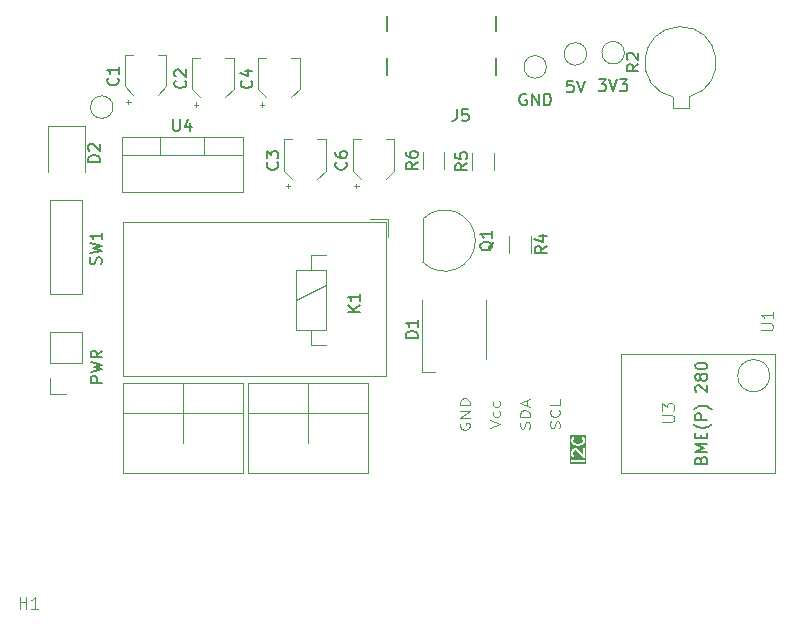
<source format=gbr>
%TF.GenerationSoftware,KiCad,Pcbnew,8.0.4*%
%TF.CreationDate,2024-07-30T00:45:45-04:00*%
%TF.ProjectId,ESP32-C3-WROOM-Node-Temperature,45535033-322d-4433-932d-57524f4f4d2d,rev?*%
%TF.SameCoordinates,Original*%
%TF.FileFunction,Legend,Top*%
%TF.FilePolarity,Positive*%
%FSLAX46Y46*%
G04 Gerber Fmt 4.6, Leading zero omitted, Abs format (unit mm)*
G04 Created by KiCad (PCBNEW 8.0.4) date 2024-07-30 00:45:45*
%MOMM*%
%LPD*%
G01*
G04 APERTURE LIST*
%ADD10C,0.150000*%
%ADD11C,0.200000*%
%ADD12C,0.100000*%
%ADD13C,0.120000*%
G04 APERTURE END LIST*
D10*
X143534819Y-71466666D02*
X143058628Y-71799999D01*
X143534819Y-72038094D02*
X142534819Y-72038094D01*
X142534819Y-72038094D02*
X142534819Y-71657142D01*
X142534819Y-71657142D02*
X142582438Y-71561904D01*
X142582438Y-71561904D02*
X142630057Y-71514285D01*
X142630057Y-71514285D02*
X142725295Y-71466666D01*
X142725295Y-71466666D02*
X142868152Y-71466666D01*
X142868152Y-71466666D02*
X142963390Y-71514285D01*
X142963390Y-71514285D02*
X143011009Y-71561904D01*
X143011009Y-71561904D02*
X143058628Y-71657142D01*
X143058628Y-71657142D02*
X143058628Y-72038094D01*
X142534819Y-70609523D02*
X142534819Y-70799999D01*
X142534819Y-70799999D02*
X142582438Y-70895237D01*
X142582438Y-70895237D02*
X142630057Y-70942856D01*
X142630057Y-70942856D02*
X142772914Y-71038094D01*
X142772914Y-71038094D02*
X142963390Y-71085713D01*
X142963390Y-71085713D02*
X143344342Y-71085713D01*
X143344342Y-71085713D02*
X143439580Y-71038094D01*
X143439580Y-71038094D02*
X143487200Y-70990475D01*
X143487200Y-70990475D02*
X143534819Y-70895237D01*
X143534819Y-70895237D02*
X143534819Y-70704761D01*
X143534819Y-70704761D02*
X143487200Y-70609523D01*
X143487200Y-70609523D02*
X143439580Y-70561904D01*
X143439580Y-70561904D02*
X143344342Y-70514285D01*
X143344342Y-70514285D02*
X143106247Y-70514285D01*
X143106247Y-70514285D02*
X143011009Y-70561904D01*
X143011009Y-70561904D02*
X142963390Y-70609523D01*
X142963390Y-70609523D02*
X142915771Y-70704761D01*
X142915771Y-70704761D02*
X142915771Y-70895237D01*
X142915771Y-70895237D02*
X142963390Y-70990475D01*
X142963390Y-70990475D02*
X143011009Y-71038094D01*
X143011009Y-71038094D02*
X143106247Y-71085713D01*
X147734819Y-71566666D02*
X147258628Y-71899999D01*
X147734819Y-72138094D02*
X146734819Y-72138094D01*
X146734819Y-72138094D02*
X146734819Y-71757142D01*
X146734819Y-71757142D02*
X146782438Y-71661904D01*
X146782438Y-71661904D02*
X146830057Y-71614285D01*
X146830057Y-71614285D02*
X146925295Y-71566666D01*
X146925295Y-71566666D02*
X147068152Y-71566666D01*
X147068152Y-71566666D02*
X147163390Y-71614285D01*
X147163390Y-71614285D02*
X147211009Y-71661904D01*
X147211009Y-71661904D02*
X147258628Y-71757142D01*
X147258628Y-71757142D02*
X147258628Y-72138094D01*
X146734819Y-70661904D02*
X146734819Y-71138094D01*
X146734819Y-71138094D02*
X147211009Y-71185713D01*
X147211009Y-71185713D02*
X147163390Y-71138094D01*
X147163390Y-71138094D02*
X147115771Y-71042856D01*
X147115771Y-71042856D02*
X147115771Y-70804761D01*
X147115771Y-70804761D02*
X147163390Y-70709523D01*
X147163390Y-70709523D02*
X147211009Y-70661904D01*
X147211009Y-70661904D02*
X147306247Y-70614285D01*
X147306247Y-70614285D02*
X147544342Y-70614285D01*
X147544342Y-70614285D02*
X147639580Y-70661904D01*
X147639580Y-70661904D02*
X147687200Y-70709523D01*
X147687200Y-70709523D02*
X147734819Y-70804761D01*
X147734819Y-70804761D02*
X147734819Y-71042856D01*
X147734819Y-71042856D02*
X147687200Y-71138094D01*
X147687200Y-71138094D02*
X147639580Y-71185713D01*
X146854166Y-66979819D02*
X146854166Y-67694104D01*
X146854166Y-67694104D02*
X146806547Y-67836961D01*
X146806547Y-67836961D02*
X146711309Y-67932200D01*
X146711309Y-67932200D02*
X146568452Y-67979819D01*
X146568452Y-67979819D02*
X146473214Y-67979819D01*
X147806547Y-66979819D02*
X147330357Y-66979819D01*
X147330357Y-66979819D02*
X147282738Y-67456009D01*
X147282738Y-67456009D02*
X147330357Y-67408390D01*
X147330357Y-67408390D02*
X147425595Y-67360771D01*
X147425595Y-67360771D02*
X147663690Y-67360771D01*
X147663690Y-67360771D02*
X147758928Y-67408390D01*
X147758928Y-67408390D02*
X147806547Y-67456009D01*
X147806547Y-67456009D02*
X147854166Y-67551247D01*
X147854166Y-67551247D02*
X147854166Y-67789342D01*
X147854166Y-67789342D02*
X147806547Y-67884580D01*
X147806547Y-67884580D02*
X147758928Y-67932200D01*
X147758928Y-67932200D02*
X147663690Y-67979819D01*
X147663690Y-67979819D02*
X147425595Y-67979819D01*
X147425595Y-67979819D02*
X147330357Y-67932200D01*
X147330357Y-67932200D02*
X147282738Y-67884580D01*
X129459580Y-64566666D02*
X129507200Y-64614285D01*
X129507200Y-64614285D02*
X129554819Y-64757142D01*
X129554819Y-64757142D02*
X129554819Y-64852380D01*
X129554819Y-64852380D02*
X129507200Y-64995237D01*
X129507200Y-64995237D02*
X129411961Y-65090475D01*
X129411961Y-65090475D02*
X129316723Y-65138094D01*
X129316723Y-65138094D02*
X129126247Y-65185713D01*
X129126247Y-65185713D02*
X128983390Y-65185713D01*
X128983390Y-65185713D02*
X128792914Y-65138094D01*
X128792914Y-65138094D02*
X128697676Y-65090475D01*
X128697676Y-65090475D02*
X128602438Y-64995237D01*
X128602438Y-64995237D02*
X128554819Y-64852380D01*
X128554819Y-64852380D02*
X128554819Y-64757142D01*
X128554819Y-64757142D02*
X128602438Y-64614285D01*
X128602438Y-64614285D02*
X128650057Y-64566666D01*
X128888152Y-63709523D02*
X129554819Y-63709523D01*
X128507200Y-63947618D02*
X129221485Y-64185713D01*
X129221485Y-64185713D02*
X129221485Y-63566666D01*
X149940057Y-78195238D02*
X149892438Y-78290476D01*
X149892438Y-78290476D02*
X149797200Y-78385714D01*
X149797200Y-78385714D02*
X149654342Y-78528571D01*
X149654342Y-78528571D02*
X149606723Y-78623809D01*
X149606723Y-78623809D02*
X149606723Y-78719047D01*
X149844819Y-78671428D02*
X149797200Y-78766666D01*
X149797200Y-78766666D02*
X149701961Y-78861904D01*
X149701961Y-78861904D02*
X149511485Y-78909523D01*
X149511485Y-78909523D02*
X149178152Y-78909523D01*
X149178152Y-78909523D02*
X148987676Y-78861904D01*
X148987676Y-78861904D02*
X148892438Y-78766666D01*
X148892438Y-78766666D02*
X148844819Y-78671428D01*
X148844819Y-78671428D02*
X148844819Y-78480952D01*
X148844819Y-78480952D02*
X148892438Y-78385714D01*
X148892438Y-78385714D02*
X148987676Y-78290476D01*
X148987676Y-78290476D02*
X149178152Y-78242857D01*
X149178152Y-78242857D02*
X149511485Y-78242857D01*
X149511485Y-78242857D02*
X149701961Y-78290476D01*
X149701961Y-78290476D02*
X149797200Y-78385714D01*
X149797200Y-78385714D02*
X149844819Y-78480952D01*
X149844819Y-78480952D02*
X149844819Y-78671428D01*
X149844819Y-77290476D02*
X149844819Y-77861904D01*
X149844819Y-77576190D02*
X148844819Y-77576190D01*
X148844819Y-77576190D02*
X148987676Y-77671428D01*
X148987676Y-77671428D02*
X149082914Y-77766666D01*
X149082914Y-77766666D02*
X149130533Y-77861904D01*
X158861905Y-64454819D02*
X159480952Y-64454819D01*
X159480952Y-64454819D02*
X159147619Y-64835771D01*
X159147619Y-64835771D02*
X159290476Y-64835771D01*
X159290476Y-64835771D02*
X159385714Y-64883390D01*
X159385714Y-64883390D02*
X159433333Y-64931009D01*
X159433333Y-64931009D02*
X159480952Y-65026247D01*
X159480952Y-65026247D02*
X159480952Y-65264342D01*
X159480952Y-65264342D02*
X159433333Y-65359580D01*
X159433333Y-65359580D02*
X159385714Y-65407200D01*
X159385714Y-65407200D02*
X159290476Y-65454819D01*
X159290476Y-65454819D02*
X159004762Y-65454819D01*
X159004762Y-65454819D02*
X158909524Y-65407200D01*
X158909524Y-65407200D02*
X158861905Y-65359580D01*
X159766667Y-64454819D02*
X160100000Y-65454819D01*
X160100000Y-65454819D02*
X160433333Y-64454819D01*
X160671429Y-64454819D02*
X161290476Y-64454819D01*
X161290476Y-64454819D02*
X160957143Y-64835771D01*
X160957143Y-64835771D02*
X161100000Y-64835771D01*
X161100000Y-64835771D02*
X161195238Y-64883390D01*
X161195238Y-64883390D02*
X161242857Y-64931009D01*
X161242857Y-64931009D02*
X161290476Y-65026247D01*
X161290476Y-65026247D02*
X161290476Y-65264342D01*
X161290476Y-65264342D02*
X161242857Y-65359580D01*
X161242857Y-65359580D02*
X161195238Y-65407200D01*
X161195238Y-65407200D02*
X161100000Y-65454819D01*
X161100000Y-65454819D02*
X160814286Y-65454819D01*
X160814286Y-65454819D02*
X160719048Y-65407200D01*
X160719048Y-65407200D02*
X160671429Y-65359580D01*
D11*
G36*
X157838330Y-96987300D02*
G01*
X156416108Y-96987300D01*
X156416108Y-96756680D01*
X156529140Y-96756680D01*
X156529140Y-96795698D01*
X156544072Y-96831746D01*
X156571662Y-96859336D01*
X156607710Y-96874268D01*
X156627219Y-96876189D01*
X157627219Y-96876189D01*
X157646728Y-96874268D01*
X157682776Y-96859336D01*
X157710366Y-96831746D01*
X157725298Y-96795698D01*
X157725298Y-96756680D01*
X157710366Y-96720632D01*
X157682776Y-96693042D01*
X157646728Y-96678110D01*
X157627219Y-96676189D01*
X156627219Y-96676189D01*
X156607710Y-96678110D01*
X156571662Y-96693042D01*
X156544072Y-96720632D01*
X156529140Y-96756680D01*
X156416108Y-96756680D01*
X156416108Y-95966666D01*
X156527219Y-95966666D01*
X156527219Y-96204761D01*
X156529140Y-96224270D01*
X156530515Y-96227590D01*
X156530770Y-96231174D01*
X156537776Y-96249482D01*
X156585395Y-96344720D01*
X156590680Y-96353116D01*
X156591691Y-96355556D01*
X156593944Y-96358302D01*
X156595838Y-96361310D01*
X156597832Y-96363039D01*
X156604127Y-96370710D01*
X156651746Y-96418328D01*
X156666899Y-96430765D01*
X156702948Y-96445696D01*
X156741966Y-96445696D01*
X156778014Y-96430765D01*
X156805604Y-96403175D01*
X156820535Y-96367127D01*
X156820535Y-96328109D01*
X156805604Y-96292060D01*
X156793167Y-96276907D01*
X156757024Y-96240763D01*
X156727219Y-96181153D01*
X156727219Y-95990273D01*
X156757024Y-95930663D01*
X156781692Y-95905994D01*
X156841302Y-95876190D01*
X156896706Y-95876190D01*
X157001770Y-95911211D01*
X157556508Y-96465948D01*
X157571662Y-96478384D01*
X157607710Y-96493316D01*
X157646728Y-96493316D01*
X157682776Y-96478384D01*
X157710366Y-96450794D01*
X157725298Y-96414746D01*
X157727219Y-96395237D01*
X157727219Y-95776190D01*
X157725298Y-95756681D01*
X157710366Y-95720633D01*
X157682776Y-95693043D01*
X157646728Y-95678111D01*
X157607710Y-95678111D01*
X157571662Y-95693043D01*
X157544072Y-95720633D01*
X157529140Y-95756681D01*
X157527219Y-95776190D01*
X157527219Y-96153815D01*
X157126501Y-95753098D01*
X157111347Y-95740662D01*
X157108028Y-95739287D01*
X157105313Y-95736932D01*
X157087412Y-95728941D01*
X156944556Y-95681322D01*
X156934884Y-95679122D01*
X156932442Y-95678111D01*
X156928903Y-95677762D01*
X156925440Y-95676975D01*
X156922806Y-95677162D01*
X156912933Y-95676190D01*
X156817695Y-95676190D01*
X156798186Y-95678111D01*
X156794865Y-95679486D01*
X156791282Y-95679741D01*
X156772973Y-95686747D01*
X156677736Y-95734366D01*
X156669339Y-95739651D01*
X156666899Y-95740662D01*
X156664153Y-95742915D01*
X156661145Y-95744809D01*
X156659412Y-95746806D01*
X156651746Y-95753099D01*
X156604127Y-95800717D01*
X156597832Y-95808387D01*
X156595838Y-95810117D01*
X156593944Y-95813124D01*
X156591691Y-95815871D01*
X156590680Y-95818310D01*
X156585395Y-95826707D01*
X156537776Y-95921945D01*
X156530770Y-95940253D01*
X156530515Y-95943836D01*
X156529140Y-95947157D01*
X156527219Y-95966666D01*
X156416108Y-95966666D01*
X156416108Y-94966666D01*
X156527219Y-94966666D01*
X156527219Y-95061904D01*
X156528191Y-95071777D01*
X156528004Y-95074411D01*
X156528791Y-95077874D01*
X156529140Y-95081413D01*
X156530151Y-95083855D01*
X156532351Y-95093527D01*
X156579970Y-95236383D01*
X156587961Y-95254284D01*
X156590316Y-95256999D01*
X156591691Y-95260318D01*
X156604127Y-95275472D01*
X156699365Y-95370710D01*
X156707031Y-95377001D01*
X156708764Y-95378999D01*
X156711775Y-95380894D01*
X156714519Y-95383146D01*
X156716956Y-95384155D01*
X156725355Y-95389442D01*
X156820592Y-95437061D01*
X156822020Y-95437607D01*
X156822600Y-95438037D01*
X156830776Y-95440958D01*
X156838901Y-95444067D01*
X156839621Y-95444118D01*
X156841060Y-95444632D01*
X157031536Y-95492251D01*
X157034917Y-95492751D01*
X157036281Y-95493316D01*
X157043631Y-95494039D01*
X157050929Y-95495119D01*
X157052387Y-95494901D01*
X157055790Y-95495237D01*
X157198647Y-95495237D01*
X157202049Y-95494901D01*
X157203508Y-95495119D01*
X157210805Y-95494039D01*
X157218156Y-95493316D01*
X157219519Y-95492751D01*
X157222901Y-95492251D01*
X157413376Y-95444632D01*
X157414813Y-95444118D01*
X157415536Y-95444067D01*
X157423660Y-95440958D01*
X157431837Y-95438037D01*
X157432417Y-95437606D01*
X157433844Y-95437061D01*
X157529082Y-95389442D01*
X157537474Y-95384159D01*
X157539918Y-95383147D01*
X157542667Y-95380890D01*
X157545672Y-95378999D01*
X157547401Y-95377004D01*
X157555071Y-95370710D01*
X157650311Y-95275472D01*
X157662747Y-95260319D01*
X157664122Y-95256999D01*
X157666477Y-95254284D01*
X157674468Y-95236384D01*
X157722087Y-95093527D01*
X157724286Y-95083854D01*
X157725298Y-95081413D01*
X157725646Y-95077875D01*
X157726434Y-95074412D01*
X157726246Y-95071777D01*
X157727219Y-95061904D01*
X157727219Y-94966666D01*
X157726246Y-94956792D01*
X157726434Y-94954158D01*
X157725646Y-94950694D01*
X157725298Y-94947157D01*
X157724286Y-94944715D01*
X157722087Y-94935043D01*
X157674468Y-94792186D01*
X157666477Y-94774286D01*
X157664122Y-94771570D01*
X157662747Y-94768251D01*
X157650310Y-94753097D01*
X157602690Y-94705479D01*
X157587537Y-94693042D01*
X157551488Y-94678111D01*
X157512470Y-94678112D01*
X157476422Y-94693043D01*
X157448832Y-94720633D01*
X157433901Y-94756682D01*
X157433902Y-94795700D01*
X157448833Y-94831748D01*
X157461270Y-94846901D01*
X157492197Y-94877827D01*
X157527219Y-94982892D01*
X157527219Y-95045677D01*
X157492197Y-95150742D01*
X157425127Y-95217812D01*
X157354218Y-95253266D01*
X157186337Y-95295237D01*
X157068099Y-95295237D01*
X156900218Y-95253266D01*
X156829313Y-95217814D01*
X156762240Y-95150741D01*
X156727219Y-95045677D01*
X156727219Y-94982893D01*
X156762240Y-94877827D01*
X156793167Y-94846901D01*
X156805604Y-94831748D01*
X156820535Y-94795699D01*
X156820535Y-94756681D01*
X156805604Y-94720633D01*
X156778014Y-94693043D01*
X156741966Y-94678112D01*
X156702948Y-94678112D01*
X156666899Y-94693043D01*
X156651746Y-94705480D01*
X156604127Y-94753098D01*
X156591691Y-94768252D01*
X156590316Y-94771570D01*
X156587961Y-94774286D01*
X156579970Y-94792187D01*
X156532351Y-94935043D01*
X156530151Y-94944714D01*
X156529140Y-94947157D01*
X156528791Y-94950695D01*
X156528004Y-94954159D01*
X156528191Y-94956792D01*
X156527219Y-94966666D01*
X156416108Y-94966666D01*
X156416108Y-94567000D01*
X157838330Y-94567000D01*
X157838330Y-96987300D01*
G37*
D12*
X147182990Y-93561904D02*
X147144895Y-93657142D01*
X147144895Y-93657142D02*
X147144895Y-93799999D01*
X147144895Y-93799999D02*
X147182990Y-93942856D01*
X147182990Y-93942856D02*
X147259180Y-94038094D01*
X147259180Y-94038094D02*
X147335371Y-94085713D01*
X147335371Y-94085713D02*
X147487752Y-94133332D01*
X147487752Y-94133332D02*
X147602038Y-94133332D01*
X147602038Y-94133332D02*
X147754419Y-94085713D01*
X147754419Y-94085713D02*
X147830609Y-94038094D01*
X147830609Y-94038094D02*
X147906800Y-93942856D01*
X147906800Y-93942856D02*
X147944895Y-93799999D01*
X147944895Y-93799999D02*
X147944895Y-93704761D01*
X147944895Y-93704761D02*
X147906800Y-93561904D01*
X147906800Y-93561904D02*
X147868704Y-93514285D01*
X147868704Y-93514285D02*
X147602038Y-93514285D01*
X147602038Y-93514285D02*
X147602038Y-93704761D01*
X147944895Y-93085713D02*
X147144895Y-93085713D01*
X147144895Y-93085713D02*
X147944895Y-92514285D01*
X147944895Y-92514285D02*
X147144895Y-92514285D01*
X147944895Y-92038094D02*
X147144895Y-92038094D01*
X147144895Y-92038094D02*
X147144895Y-91799999D01*
X147144895Y-91799999D02*
X147182990Y-91657142D01*
X147182990Y-91657142D02*
X147259180Y-91561904D01*
X147259180Y-91561904D02*
X147335371Y-91514285D01*
X147335371Y-91514285D02*
X147487752Y-91466666D01*
X147487752Y-91466666D02*
X147602038Y-91466666D01*
X147602038Y-91466666D02*
X147754419Y-91514285D01*
X147754419Y-91514285D02*
X147830609Y-91561904D01*
X147830609Y-91561904D02*
X147906800Y-91657142D01*
X147906800Y-91657142D02*
X147944895Y-91799999D01*
X147944895Y-91799999D02*
X147944895Y-92038094D01*
X152986800Y-94014285D02*
X153024895Y-93871428D01*
X153024895Y-93871428D02*
X153024895Y-93633333D01*
X153024895Y-93633333D02*
X152986800Y-93538095D01*
X152986800Y-93538095D02*
X152948704Y-93490476D01*
X152948704Y-93490476D02*
X152872514Y-93442857D01*
X152872514Y-93442857D02*
X152796323Y-93442857D01*
X152796323Y-93442857D02*
X152720133Y-93490476D01*
X152720133Y-93490476D02*
X152682038Y-93538095D01*
X152682038Y-93538095D02*
X152643942Y-93633333D01*
X152643942Y-93633333D02*
X152605847Y-93823809D01*
X152605847Y-93823809D02*
X152567752Y-93919047D01*
X152567752Y-93919047D02*
X152529657Y-93966666D01*
X152529657Y-93966666D02*
X152453466Y-94014285D01*
X152453466Y-94014285D02*
X152377276Y-94014285D01*
X152377276Y-94014285D02*
X152301085Y-93966666D01*
X152301085Y-93966666D02*
X152262990Y-93919047D01*
X152262990Y-93919047D02*
X152224895Y-93823809D01*
X152224895Y-93823809D02*
X152224895Y-93585714D01*
X152224895Y-93585714D02*
X152262990Y-93442857D01*
X153024895Y-93014285D02*
X152224895Y-93014285D01*
X152224895Y-93014285D02*
X152224895Y-92776190D01*
X152224895Y-92776190D02*
X152262990Y-92633333D01*
X152262990Y-92633333D02*
X152339180Y-92538095D01*
X152339180Y-92538095D02*
X152415371Y-92490476D01*
X152415371Y-92490476D02*
X152567752Y-92442857D01*
X152567752Y-92442857D02*
X152682038Y-92442857D01*
X152682038Y-92442857D02*
X152834419Y-92490476D01*
X152834419Y-92490476D02*
X152910609Y-92538095D01*
X152910609Y-92538095D02*
X152986800Y-92633333D01*
X152986800Y-92633333D02*
X153024895Y-92776190D01*
X153024895Y-92776190D02*
X153024895Y-93014285D01*
X152796323Y-92061904D02*
X152796323Y-91585714D01*
X153024895Y-92157142D02*
X152224895Y-91823809D01*
X152224895Y-91823809D02*
X153024895Y-91490476D01*
X155526800Y-93990475D02*
X155564895Y-93847618D01*
X155564895Y-93847618D02*
X155564895Y-93609523D01*
X155564895Y-93609523D02*
X155526800Y-93514285D01*
X155526800Y-93514285D02*
X155488704Y-93466666D01*
X155488704Y-93466666D02*
X155412514Y-93419047D01*
X155412514Y-93419047D02*
X155336323Y-93419047D01*
X155336323Y-93419047D02*
X155260133Y-93466666D01*
X155260133Y-93466666D02*
X155222038Y-93514285D01*
X155222038Y-93514285D02*
X155183942Y-93609523D01*
X155183942Y-93609523D02*
X155145847Y-93799999D01*
X155145847Y-93799999D02*
X155107752Y-93895237D01*
X155107752Y-93895237D02*
X155069657Y-93942856D01*
X155069657Y-93942856D02*
X154993466Y-93990475D01*
X154993466Y-93990475D02*
X154917276Y-93990475D01*
X154917276Y-93990475D02*
X154841085Y-93942856D01*
X154841085Y-93942856D02*
X154802990Y-93895237D01*
X154802990Y-93895237D02*
X154764895Y-93799999D01*
X154764895Y-93799999D02*
X154764895Y-93561904D01*
X154764895Y-93561904D02*
X154802990Y-93419047D01*
X155488704Y-92419047D02*
X155526800Y-92466666D01*
X155526800Y-92466666D02*
X155564895Y-92609523D01*
X155564895Y-92609523D02*
X155564895Y-92704761D01*
X155564895Y-92704761D02*
X155526800Y-92847618D01*
X155526800Y-92847618D02*
X155450609Y-92942856D01*
X155450609Y-92942856D02*
X155374419Y-92990475D01*
X155374419Y-92990475D02*
X155222038Y-93038094D01*
X155222038Y-93038094D02*
X155107752Y-93038094D01*
X155107752Y-93038094D02*
X154955371Y-92990475D01*
X154955371Y-92990475D02*
X154879180Y-92942856D01*
X154879180Y-92942856D02*
X154802990Y-92847618D01*
X154802990Y-92847618D02*
X154764895Y-92704761D01*
X154764895Y-92704761D02*
X154764895Y-92609523D01*
X154764895Y-92609523D02*
X154802990Y-92466666D01*
X154802990Y-92466666D02*
X154841085Y-92419047D01*
X155564895Y-91514285D02*
X155564895Y-91990475D01*
X155564895Y-91990475D02*
X154764895Y-91990475D01*
X149684895Y-93990475D02*
X150484895Y-93657142D01*
X150484895Y-93657142D02*
X149684895Y-93323809D01*
X150446800Y-92561904D02*
X150484895Y-92657142D01*
X150484895Y-92657142D02*
X150484895Y-92847618D01*
X150484895Y-92847618D02*
X150446800Y-92942856D01*
X150446800Y-92942856D02*
X150408704Y-92990475D01*
X150408704Y-92990475D02*
X150332514Y-93038094D01*
X150332514Y-93038094D02*
X150103942Y-93038094D01*
X150103942Y-93038094D02*
X150027752Y-92990475D01*
X150027752Y-92990475D02*
X149989657Y-92942856D01*
X149989657Y-92942856D02*
X149951561Y-92847618D01*
X149951561Y-92847618D02*
X149951561Y-92657142D01*
X149951561Y-92657142D02*
X149989657Y-92561904D01*
X150446800Y-91704761D02*
X150484895Y-91799999D01*
X150484895Y-91799999D02*
X150484895Y-91990475D01*
X150484895Y-91990475D02*
X150446800Y-92085713D01*
X150446800Y-92085713D02*
X150408704Y-92133332D01*
X150408704Y-92133332D02*
X150332514Y-92180951D01*
X150332514Y-92180951D02*
X150103942Y-92180951D01*
X150103942Y-92180951D02*
X150027752Y-92133332D01*
X150027752Y-92133332D02*
X149989657Y-92085713D01*
X149989657Y-92085713D02*
X149951561Y-91990475D01*
X149951561Y-91990475D02*
X149951561Y-91799999D01*
X149951561Y-91799999D02*
X149989657Y-91704761D01*
D10*
X156709523Y-64554819D02*
X156233333Y-64554819D01*
X156233333Y-64554819D02*
X156185714Y-65031009D01*
X156185714Y-65031009D02*
X156233333Y-64983390D01*
X156233333Y-64983390D02*
X156328571Y-64935771D01*
X156328571Y-64935771D02*
X156566666Y-64935771D01*
X156566666Y-64935771D02*
X156661904Y-64983390D01*
X156661904Y-64983390D02*
X156709523Y-65031009D01*
X156709523Y-65031009D02*
X156757142Y-65126247D01*
X156757142Y-65126247D02*
X156757142Y-65364342D01*
X156757142Y-65364342D02*
X156709523Y-65459580D01*
X156709523Y-65459580D02*
X156661904Y-65507200D01*
X156661904Y-65507200D02*
X156566666Y-65554819D01*
X156566666Y-65554819D02*
X156328571Y-65554819D01*
X156328571Y-65554819D02*
X156233333Y-65507200D01*
X156233333Y-65507200D02*
X156185714Y-65459580D01*
X157042857Y-64554819D02*
X157376190Y-65554819D01*
X157376190Y-65554819D02*
X157709523Y-64554819D01*
D12*
X164257419Y-93461904D02*
X165066942Y-93461904D01*
X165066942Y-93461904D02*
X165162180Y-93414285D01*
X165162180Y-93414285D02*
X165209800Y-93366666D01*
X165209800Y-93366666D02*
X165257419Y-93271428D01*
X165257419Y-93271428D02*
X165257419Y-93080952D01*
X165257419Y-93080952D02*
X165209800Y-92985714D01*
X165209800Y-92985714D02*
X165162180Y-92938095D01*
X165162180Y-92938095D02*
X165066942Y-92890476D01*
X165066942Y-92890476D02*
X164257419Y-92890476D01*
X164257419Y-92509523D02*
X164257419Y-91890476D01*
X164257419Y-91890476D02*
X164638371Y-92223809D01*
X164638371Y-92223809D02*
X164638371Y-92080952D01*
X164638371Y-92080952D02*
X164685990Y-91985714D01*
X164685990Y-91985714D02*
X164733609Y-91938095D01*
X164733609Y-91938095D02*
X164828847Y-91890476D01*
X164828847Y-91890476D02*
X165066942Y-91890476D01*
X165066942Y-91890476D02*
X165162180Y-91938095D01*
X165162180Y-91938095D02*
X165209800Y-91985714D01*
X165209800Y-91985714D02*
X165257419Y-92080952D01*
X165257419Y-92080952D02*
X165257419Y-92366666D01*
X165257419Y-92366666D02*
X165209800Y-92461904D01*
X165209800Y-92461904D02*
X165162180Y-92509523D01*
D11*
X167528409Y-96668571D02*
X167576028Y-96525714D01*
X167576028Y-96525714D02*
X167623647Y-96478095D01*
X167623647Y-96478095D02*
X167718885Y-96430476D01*
X167718885Y-96430476D02*
X167861742Y-96430476D01*
X167861742Y-96430476D02*
X167956980Y-96478095D01*
X167956980Y-96478095D02*
X168004600Y-96525714D01*
X168004600Y-96525714D02*
X168052219Y-96620952D01*
X168052219Y-96620952D02*
X168052219Y-97001904D01*
X168052219Y-97001904D02*
X167052219Y-97001904D01*
X167052219Y-97001904D02*
X167052219Y-96668571D01*
X167052219Y-96668571D02*
X167099838Y-96573333D01*
X167099838Y-96573333D02*
X167147457Y-96525714D01*
X167147457Y-96525714D02*
X167242695Y-96478095D01*
X167242695Y-96478095D02*
X167337933Y-96478095D01*
X167337933Y-96478095D02*
X167433171Y-96525714D01*
X167433171Y-96525714D02*
X167480790Y-96573333D01*
X167480790Y-96573333D02*
X167528409Y-96668571D01*
X167528409Y-96668571D02*
X167528409Y-97001904D01*
X168052219Y-96001904D02*
X167052219Y-96001904D01*
X167052219Y-96001904D02*
X167766504Y-95668571D01*
X167766504Y-95668571D02*
X167052219Y-95335238D01*
X167052219Y-95335238D02*
X168052219Y-95335238D01*
X167528409Y-94859047D02*
X167528409Y-94525714D01*
X168052219Y-94382857D02*
X168052219Y-94859047D01*
X168052219Y-94859047D02*
X167052219Y-94859047D01*
X167052219Y-94859047D02*
X167052219Y-94382857D01*
X168433171Y-93668571D02*
X168385552Y-93716190D01*
X168385552Y-93716190D02*
X168242695Y-93811428D01*
X168242695Y-93811428D02*
X168147457Y-93859047D01*
X168147457Y-93859047D02*
X168004600Y-93906666D01*
X168004600Y-93906666D02*
X167766504Y-93954285D01*
X167766504Y-93954285D02*
X167576028Y-93954285D01*
X167576028Y-93954285D02*
X167337933Y-93906666D01*
X167337933Y-93906666D02*
X167195076Y-93859047D01*
X167195076Y-93859047D02*
X167099838Y-93811428D01*
X167099838Y-93811428D02*
X166956980Y-93716190D01*
X166956980Y-93716190D02*
X166909361Y-93668571D01*
X168052219Y-93287618D02*
X167052219Y-93287618D01*
X167052219Y-93287618D02*
X167052219Y-92906666D01*
X167052219Y-92906666D02*
X167099838Y-92811428D01*
X167099838Y-92811428D02*
X167147457Y-92763809D01*
X167147457Y-92763809D02*
X167242695Y-92716190D01*
X167242695Y-92716190D02*
X167385552Y-92716190D01*
X167385552Y-92716190D02*
X167480790Y-92763809D01*
X167480790Y-92763809D02*
X167528409Y-92811428D01*
X167528409Y-92811428D02*
X167576028Y-92906666D01*
X167576028Y-92906666D02*
X167576028Y-93287618D01*
X168433171Y-92382856D02*
X168385552Y-92335237D01*
X168385552Y-92335237D02*
X168242695Y-92239999D01*
X168242695Y-92239999D02*
X168147457Y-92192380D01*
X168147457Y-92192380D02*
X168004600Y-92144761D01*
X168004600Y-92144761D02*
X167766504Y-92097142D01*
X167766504Y-92097142D02*
X167576028Y-92097142D01*
X167576028Y-92097142D02*
X167337933Y-92144761D01*
X167337933Y-92144761D02*
X167195076Y-92192380D01*
X167195076Y-92192380D02*
X167099838Y-92239999D01*
X167099838Y-92239999D02*
X166956980Y-92335237D01*
X166956980Y-92335237D02*
X166909361Y-92382856D01*
X167147457Y-90906665D02*
X167099838Y-90859046D01*
X167099838Y-90859046D02*
X167052219Y-90763808D01*
X167052219Y-90763808D02*
X167052219Y-90525713D01*
X167052219Y-90525713D02*
X167099838Y-90430475D01*
X167099838Y-90430475D02*
X167147457Y-90382856D01*
X167147457Y-90382856D02*
X167242695Y-90335237D01*
X167242695Y-90335237D02*
X167337933Y-90335237D01*
X167337933Y-90335237D02*
X167480790Y-90382856D01*
X167480790Y-90382856D02*
X168052219Y-90954284D01*
X168052219Y-90954284D02*
X168052219Y-90335237D01*
X167480790Y-89763808D02*
X167433171Y-89859046D01*
X167433171Y-89859046D02*
X167385552Y-89906665D01*
X167385552Y-89906665D02*
X167290314Y-89954284D01*
X167290314Y-89954284D02*
X167242695Y-89954284D01*
X167242695Y-89954284D02*
X167147457Y-89906665D01*
X167147457Y-89906665D02*
X167099838Y-89859046D01*
X167099838Y-89859046D02*
X167052219Y-89763808D01*
X167052219Y-89763808D02*
X167052219Y-89573332D01*
X167052219Y-89573332D02*
X167099838Y-89478094D01*
X167099838Y-89478094D02*
X167147457Y-89430475D01*
X167147457Y-89430475D02*
X167242695Y-89382856D01*
X167242695Y-89382856D02*
X167290314Y-89382856D01*
X167290314Y-89382856D02*
X167385552Y-89430475D01*
X167385552Y-89430475D02*
X167433171Y-89478094D01*
X167433171Y-89478094D02*
X167480790Y-89573332D01*
X167480790Y-89573332D02*
X167480790Y-89763808D01*
X167480790Y-89763808D02*
X167528409Y-89859046D01*
X167528409Y-89859046D02*
X167576028Y-89906665D01*
X167576028Y-89906665D02*
X167671266Y-89954284D01*
X167671266Y-89954284D02*
X167861742Y-89954284D01*
X167861742Y-89954284D02*
X167956980Y-89906665D01*
X167956980Y-89906665D02*
X168004600Y-89859046D01*
X168004600Y-89859046D02*
X168052219Y-89763808D01*
X168052219Y-89763808D02*
X168052219Y-89573332D01*
X168052219Y-89573332D02*
X168004600Y-89478094D01*
X168004600Y-89478094D02*
X167956980Y-89430475D01*
X167956980Y-89430475D02*
X167861742Y-89382856D01*
X167861742Y-89382856D02*
X167671266Y-89382856D01*
X167671266Y-89382856D02*
X167576028Y-89430475D01*
X167576028Y-89430475D02*
X167528409Y-89478094D01*
X167528409Y-89478094D02*
X167480790Y-89573332D01*
X167052219Y-88763808D02*
X167052219Y-88668570D01*
X167052219Y-88668570D02*
X167099838Y-88573332D01*
X167099838Y-88573332D02*
X167147457Y-88525713D01*
X167147457Y-88525713D02*
X167242695Y-88478094D01*
X167242695Y-88478094D02*
X167433171Y-88430475D01*
X167433171Y-88430475D02*
X167671266Y-88430475D01*
X167671266Y-88430475D02*
X167861742Y-88478094D01*
X167861742Y-88478094D02*
X167956980Y-88525713D01*
X167956980Y-88525713D02*
X168004600Y-88573332D01*
X168004600Y-88573332D02*
X168052219Y-88668570D01*
X168052219Y-88668570D02*
X168052219Y-88763808D01*
X168052219Y-88763808D02*
X168004600Y-88859046D01*
X168004600Y-88859046D02*
X167956980Y-88906665D01*
X167956980Y-88906665D02*
X167861742Y-88954284D01*
X167861742Y-88954284D02*
X167671266Y-89001903D01*
X167671266Y-89001903D02*
X167433171Y-89001903D01*
X167433171Y-89001903D02*
X167242695Y-88954284D01*
X167242695Y-88954284D02*
X167147457Y-88906665D01*
X167147457Y-88906665D02*
X167099838Y-88859046D01*
X167099838Y-88859046D02*
X167052219Y-88763808D01*
D10*
X154474819Y-78566666D02*
X153998628Y-78899999D01*
X154474819Y-79138094D02*
X153474819Y-79138094D01*
X153474819Y-79138094D02*
X153474819Y-78757142D01*
X153474819Y-78757142D02*
X153522438Y-78661904D01*
X153522438Y-78661904D02*
X153570057Y-78614285D01*
X153570057Y-78614285D02*
X153665295Y-78566666D01*
X153665295Y-78566666D02*
X153808152Y-78566666D01*
X153808152Y-78566666D02*
X153903390Y-78614285D01*
X153903390Y-78614285D02*
X153951009Y-78661904D01*
X153951009Y-78661904D02*
X153998628Y-78757142D01*
X153998628Y-78757142D02*
X153998628Y-79138094D01*
X153808152Y-77709523D02*
X154474819Y-77709523D01*
X153427200Y-77947618D02*
X154141485Y-78185713D01*
X154141485Y-78185713D02*
X154141485Y-77566666D01*
X116854819Y-90133332D02*
X115854819Y-90133332D01*
X115854819Y-90133332D02*
X115854819Y-89752380D01*
X115854819Y-89752380D02*
X115902438Y-89657142D01*
X115902438Y-89657142D02*
X115950057Y-89609523D01*
X115950057Y-89609523D02*
X116045295Y-89561904D01*
X116045295Y-89561904D02*
X116188152Y-89561904D01*
X116188152Y-89561904D02*
X116283390Y-89609523D01*
X116283390Y-89609523D02*
X116331009Y-89657142D01*
X116331009Y-89657142D02*
X116378628Y-89752380D01*
X116378628Y-89752380D02*
X116378628Y-90133332D01*
X115854819Y-89228570D02*
X116854819Y-88990475D01*
X116854819Y-88990475D02*
X116140533Y-88799999D01*
X116140533Y-88799999D02*
X116854819Y-88609523D01*
X116854819Y-88609523D02*
X115854819Y-88371428D01*
X116854819Y-87419047D02*
X116378628Y-87752380D01*
X116854819Y-87990475D02*
X115854819Y-87990475D01*
X115854819Y-87990475D02*
X115854819Y-87609523D01*
X115854819Y-87609523D02*
X115902438Y-87514285D01*
X115902438Y-87514285D02*
X115950057Y-87466666D01*
X115950057Y-87466666D02*
X116045295Y-87419047D01*
X116045295Y-87419047D02*
X116188152Y-87419047D01*
X116188152Y-87419047D02*
X116283390Y-87466666D01*
X116283390Y-87466666D02*
X116331009Y-87514285D01*
X116331009Y-87514285D02*
X116378628Y-87609523D01*
X116378628Y-87609523D02*
X116378628Y-87990475D01*
X143554819Y-86338094D02*
X142554819Y-86338094D01*
X142554819Y-86338094D02*
X142554819Y-86099999D01*
X142554819Y-86099999D02*
X142602438Y-85957142D01*
X142602438Y-85957142D02*
X142697676Y-85861904D01*
X142697676Y-85861904D02*
X142792914Y-85814285D01*
X142792914Y-85814285D02*
X142983390Y-85766666D01*
X142983390Y-85766666D02*
X143126247Y-85766666D01*
X143126247Y-85766666D02*
X143316723Y-85814285D01*
X143316723Y-85814285D02*
X143411961Y-85861904D01*
X143411961Y-85861904D02*
X143507200Y-85957142D01*
X143507200Y-85957142D02*
X143554819Y-86099999D01*
X143554819Y-86099999D02*
X143554819Y-86338094D01*
X143554819Y-84814285D02*
X143554819Y-85385713D01*
X143554819Y-85099999D02*
X142554819Y-85099999D01*
X142554819Y-85099999D02*
X142697676Y-85195237D01*
X142697676Y-85195237D02*
X142792914Y-85290475D01*
X142792914Y-85290475D02*
X142840533Y-85385713D01*
X131659580Y-71466666D02*
X131707200Y-71514285D01*
X131707200Y-71514285D02*
X131754819Y-71657142D01*
X131754819Y-71657142D02*
X131754819Y-71752380D01*
X131754819Y-71752380D02*
X131707200Y-71895237D01*
X131707200Y-71895237D02*
X131611961Y-71990475D01*
X131611961Y-71990475D02*
X131516723Y-72038094D01*
X131516723Y-72038094D02*
X131326247Y-72085713D01*
X131326247Y-72085713D02*
X131183390Y-72085713D01*
X131183390Y-72085713D02*
X130992914Y-72038094D01*
X130992914Y-72038094D02*
X130897676Y-71990475D01*
X130897676Y-71990475D02*
X130802438Y-71895237D01*
X130802438Y-71895237D02*
X130754819Y-71752380D01*
X130754819Y-71752380D02*
X130754819Y-71657142D01*
X130754819Y-71657142D02*
X130802438Y-71514285D01*
X130802438Y-71514285D02*
X130850057Y-71466666D01*
X130754819Y-71133332D02*
X130754819Y-70514285D01*
X130754819Y-70514285D02*
X131135771Y-70847618D01*
X131135771Y-70847618D02*
X131135771Y-70704761D01*
X131135771Y-70704761D02*
X131183390Y-70609523D01*
X131183390Y-70609523D02*
X131231009Y-70561904D01*
X131231009Y-70561904D02*
X131326247Y-70514285D01*
X131326247Y-70514285D02*
X131564342Y-70514285D01*
X131564342Y-70514285D02*
X131659580Y-70561904D01*
X131659580Y-70561904D02*
X131707200Y-70609523D01*
X131707200Y-70609523D02*
X131754819Y-70704761D01*
X131754819Y-70704761D02*
X131754819Y-70990475D01*
X131754819Y-70990475D02*
X131707200Y-71085713D01*
X131707200Y-71085713D02*
X131659580Y-71133332D01*
D12*
X172617419Y-85681904D02*
X173426942Y-85681904D01*
X173426942Y-85681904D02*
X173522180Y-85634285D01*
X173522180Y-85634285D02*
X173569800Y-85586666D01*
X173569800Y-85586666D02*
X173617419Y-85491428D01*
X173617419Y-85491428D02*
X173617419Y-85300952D01*
X173617419Y-85300952D02*
X173569800Y-85205714D01*
X173569800Y-85205714D02*
X173522180Y-85158095D01*
X173522180Y-85158095D02*
X173426942Y-85110476D01*
X173426942Y-85110476D02*
X172617419Y-85110476D01*
X173617419Y-84110476D02*
X173617419Y-84681904D01*
X173617419Y-84396190D02*
X172617419Y-84396190D01*
X172617419Y-84396190D02*
X172760276Y-84491428D01*
X172760276Y-84491428D02*
X172855514Y-84586666D01*
X172855514Y-84586666D02*
X172903133Y-84681904D01*
D10*
X152738095Y-65702438D02*
X152642857Y-65654819D01*
X152642857Y-65654819D02*
X152500000Y-65654819D01*
X152500000Y-65654819D02*
X152357143Y-65702438D01*
X152357143Y-65702438D02*
X152261905Y-65797676D01*
X152261905Y-65797676D02*
X152214286Y-65892914D01*
X152214286Y-65892914D02*
X152166667Y-66083390D01*
X152166667Y-66083390D02*
X152166667Y-66226247D01*
X152166667Y-66226247D02*
X152214286Y-66416723D01*
X152214286Y-66416723D02*
X152261905Y-66511961D01*
X152261905Y-66511961D02*
X152357143Y-66607200D01*
X152357143Y-66607200D02*
X152500000Y-66654819D01*
X152500000Y-66654819D02*
X152595238Y-66654819D01*
X152595238Y-66654819D02*
X152738095Y-66607200D01*
X152738095Y-66607200D02*
X152785714Y-66559580D01*
X152785714Y-66559580D02*
X152785714Y-66226247D01*
X152785714Y-66226247D02*
X152595238Y-66226247D01*
X153214286Y-66654819D02*
X153214286Y-65654819D01*
X153214286Y-65654819D02*
X153785714Y-66654819D01*
X153785714Y-66654819D02*
X153785714Y-65654819D01*
X154261905Y-66654819D02*
X154261905Y-65654819D01*
X154261905Y-65654819D02*
X154500000Y-65654819D01*
X154500000Y-65654819D02*
X154642857Y-65702438D01*
X154642857Y-65702438D02*
X154738095Y-65797676D01*
X154738095Y-65797676D02*
X154785714Y-65892914D01*
X154785714Y-65892914D02*
X154833333Y-66083390D01*
X154833333Y-66083390D02*
X154833333Y-66226247D01*
X154833333Y-66226247D02*
X154785714Y-66416723D01*
X154785714Y-66416723D02*
X154738095Y-66511961D01*
X154738095Y-66511961D02*
X154642857Y-66607200D01*
X154642857Y-66607200D02*
X154500000Y-66654819D01*
X154500000Y-66654819D02*
X154261905Y-66654819D01*
D12*
X109838095Y-109257419D02*
X109838095Y-108257419D01*
X109838095Y-108733609D02*
X110409523Y-108733609D01*
X110409523Y-109257419D02*
X110409523Y-108257419D01*
X111409523Y-109257419D02*
X110838095Y-109257419D01*
X111123809Y-109257419D02*
X111123809Y-108257419D01*
X111123809Y-108257419D02*
X111028571Y-108400276D01*
X111028571Y-108400276D02*
X110933333Y-108495514D01*
X110933333Y-108495514D02*
X110838095Y-108543133D01*
D10*
X122838095Y-67829819D02*
X122838095Y-68639342D01*
X122838095Y-68639342D02*
X122885714Y-68734580D01*
X122885714Y-68734580D02*
X122933333Y-68782200D01*
X122933333Y-68782200D02*
X123028571Y-68829819D01*
X123028571Y-68829819D02*
X123219047Y-68829819D01*
X123219047Y-68829819D02*
X123314285Y-68782200D01*
X123314285Y-68782200D02*
X123361904Y-68734580D01*
X123361904Y-68734580D02*
X123409523Y-68639342D01*
X123409523Y-68639342D02*
X123409523Y-67829819D01*
X124314285Y-68163152D02*
X124314285Y-68829819D01*
X124076190Y-67782200D02*
X123838095Y-68496485D01*
X123838095Y-68496485D02*
X124457142Y-68496485D01*
X123859580Y-64566666D02*
X123907200Y-64614285D01*
X123907200Y-64614285D02*
X123954819Y-64757142D01*
X123954819Y-64757142D02*
X123954819Y-64852380D01*
X123954819Y-64852380D02*
X123907200Y-64995237D01*
X123907200Y-64995237D02*
X123811961Y-65090475D01*
X123811961Y-65090475D02*
X123716723Y-65138094D01*
X123716723Y-65138094D02*
X123526247Y-65185713D01*
X123526247Y-65185713D02*
X123383390Y-65185713D01*
X123383390Y-65185713D02*
X123192914Y-65138094D01*
X123192914Y-65138094D02*
X123097676Y-65090475D01*
X123097676Y-65090475D02*
X123002438Y-64995237D01*
X123002438Y-64995237D02*
X122954819Y-64852380D01*
X122954819Y-64852380D02*
X122954819Y-64757142D01*
X122954819Y-64757142D02*
X123002438Y-64614285D01*
X123002438Y-64614285D02*
X123050057Y-64566666D01*
X123050057Y-64185713D02*
X123002438Y-64138094D01*
X123002438Y-64138094D02*
X122954819Y-64042856D01*
X122954819Y-64042856D02*
X122954819Y-63804761D01*
X122954819Y-63804761D02*
X123002438Y-63709523D01*
X123002438Y-63709523D02*
X123050057Y-63661904D01*
X123050057Y-63661904D02*
X123145295Y-63614285D01*
X123145295Y-63614285D02*
X123240533Y-63614285D01*
X123240533Y-63614285D02*
X123383390Y-63661904D01*
X123383390Y-63661904D02*
X123954819Y-64233332D01*
X123954819Y-64233332D02*
X123954819Y-63614285D01*
X116654819Y-71438094D02*
X115654819Y-71438094D01*
X115654819Y-71438094D02*
X115654819Y-71199999D01*
X115654819Y-71199999D02*
X115702438Y-71057142D01*
X115702438Y-71057142D02*
X115797676Y-70961904D01*
X115797676Y-70961904D02*
X115892914Y-70914285D01*
X115892914Y-70914285D02*
X116083390Y-70866666D01*
X116083390Y-70866666D02*
X116226247Y-70866666D01*
X116226247Y-70866666D02*
X116416723Y-70914285D01*
X116416723Y-70914285D02*
X116511961Y-70961904D01*
X116511961Y-70961904D02*
X116607200Y-71057142D01*
X116607200Y-71057142D02*
X116654819Y-71199999D01*
X116654819Y-71199999D02*
X116654819Y-71438094D01*
X115750057Y-70485713D02*
X115702438Y-70438094D01*
X115702438Y-70438094D02*
X115654819Y-70342856D01*
X115654819Y-70342856D02*
X115654819Y-70104761D01*
X115654819Y-70104761D02*
X115702438Y-70009523D01*
X115702438Y-70009523D02*
X115750057Y-69961904D01*
X115750057Y-69961904D02*
X115845295Y-69914285D01*
X115845295Y-69914285D02*
X115940533Y-69914285D01*
X115940533Y-69914285D02*
X116083390Y-69961904D01*
X116083390Y-69961904D02*
X116654819Y-70533332D01*
X116654819Y-70533332D02*
X116654819Y-69914285D01*
X138654819Y-84138094D02*
X137654819Y-84138094D01*
X138654819Y-83566666D02*
X138083390Y-83995237D01*
X137654819Y-83566666D02*
X138226247Y-84138094D01*
X138654819Y-82614285D02*
X138654819Y-83185713D01*
X138654819Y-82899999D02*
X137654819Y-82899999D01*
X137654819Y-82899999D02*
X137797676Y-82995237D01*
X137797676Y-82995237D02*
X137892914Y-83090475D01*
X137892914Y-83090475D02*
X137940533Y-83185713D01*
X137459580Y-71466666D02*
X137507200Y-71514285D01*
X137507200Y-71514285D02*
X137554819Y-71657142D01*
X137554819Y-71657142D02*
X137554819Y-71752380D01*
X137554819Y-71752380D02*
X137507200Y-71895237D01*
X137507200Y-71895237D02*
X137411961Y-71990475D01*
X137411961Y-71990475D02*
X137316723Y-72038094D01*
X137316723Y-72038094D02*
X137126247Y-72085713D01*
X137126247Y-72085713D02*
X136983390Y-72085713D01*
X136983390Y-72085713D02*
X136792914Y-72038094D01*
X136792914Y-72038094D02*
X136697676Y-71990475D01*
X136697676Y-71990475D02*
X136602438Y-71895237D01*
X136602438Y-71895237D02*
X136554819Y-71752380D01*
X136554819Y-71752380D02*
X136554819Y-71657142D01*
X136554819Y-71657142D02*
X136602438Y-71514285D01*
X136602438Y-71514285D02*
X136650057Y-71466666D01*
X136554819Y-70609523D02*
X136554819Y-70799999D01*
X136554819Y-70799999D02*
X136602438Y-70895237D01*
X136602438Y-70895237D02*
X136650057Y-70942856D01*
X136650057Y-70942856D02*
X136792914Y-71038094D01*
X136792914Y-71038094D02*
X136983390Y-71085713D01*
X136983390Y-71085713D02*
X137364342Y-71085713D01*
X137364342Y-71085713D02*
X137459580Y-71038094D01*
X137459580Y-71038094D02*
X137507200Y-70990475D01*
X137507200Y-70990475D02*
X137554819Y-70895237D01*
X137554819Y-70895237D02*
X137554819Y-70704761D01*
X137554819Y-70704761D02*
X137507200Y-70609523D01*
X137507200Y-70609523D02*
X137459580Y-70561904D01*
X137459580Y-70561904D02*
X137364342Y-70514285D01*
X137364342Y-70514285D02*
X137126247Y-70514285D01*
X137126247Y-70514285D02*
X137031009Y-70561904D01*
X137031009Y-70561904D02*
X136983390Y-70609523D01*
X136983390Y-70609523D02*
X136935771Y-70704761D01*
X136935771Y-70704761D02*
X136935771Y-70895237D01*
X136935771Y-70895237D02*
X136983390Y-70990475D01*
X136983390Y-70990475D02*
X137031009Y-71038094D01*
X137031009Y-71038094D02*
X137126247Y-71085713D01*
X162234819Y-63166666D02*
X161758628Y-63499999D01*
X162234819Y-63738094D02*
X161234819Y-63738094D01*
X161234819Y-63738094D02*
X161234819Y-63357142D01*
X161234819Y-63357142D02*
X161282438Y-63261904D01*
X161282438Y-63261904D02*
X161330057Y-63214285D01*
X161330057Y-63214285D02*
X161425295Y-63166666D01*
X161425295Y-63166666D02*
X161568152Y-63166666D01*
X161568152Y-63166666D02*
X161663390Y-63214285D01*
X161663390Y-63214285D02*
X161711009Y-63261904D01*
X161711009Y-63261904D02*
X161758628Y-63357142D01*
X161758628Y-63357142D02*
X161758628Y-63738094D01*
X161330057Y-62785713D02*
X161282438Y-62738094D01*
X161282438Y-62738094D02*
X161234819Y-62642856D01*
X161234819Y-62642856D02*
X161234819Y-62404761D01*
X161234819Y-62404761D02*
X161282438Y-62309523D01*
X161282438Y-62309523D02*
X161330057Y-62261904D01*
X161330057Y-62261904D02*
X161425295Y-62214285D01*
X161425295Y-62214285D02*
X161520533Y-62214285D01*
X161520533Y-62214285D02*
X161663390Y-62261904D01*
X161663390Y-62261904D02*
X162234819Y-62833332D01*
X162234819Y-62833332D02*
X162234819Y-62214285D01*
X118159580Y-64339266D02*
X118207200Y-64386885D01*
X118207200Y-64386885D02*
X118254819Y-64529742D01*
X118254819Y-64529742D02*
X118254819Y-64624980D01*
X118254819Y-64624980D02*
X118207200Y-64767837D01*
X118207200Y-64767837D02*
X118111961Y-64863075D01*
X118111961Y-64863075D02*
X118016723Y-64910694D01*
X118016723Y-64910694D02*
X117826247Y-64958313D01*
X117826247Y-64958313D02*
X117683390Y-64958313D01*
X117683390Y-64958313D02*
X117492914Y-64910694D01*
X117492914Y-64910694D02*
X117397676Y-64863075D01*
X117397676Y-64863075D02*
X117302438Y-64767837D01*
X117302438Y-64767837D02*
X117254819Y-64624980D01*
X117254819Y-64624980D02*
X117254819Y-64529742D01*
X117254819Y-64529742D02*
X117302438Y-64386885D01*
X117302438Y-64386885D02*
X117350057Y-64339266D01*
X118254819Y-63386885D02*
X118254819Y-63958313D01*
X118254819Y-63672599D02*
X117254819Y-63672599D01*
X117254819Y-63672599D02*
X117397676Y-63767837D01*
X117397676Y-63767837D02*
X117492914Y-63863075D01*
X117492914Y-63863075D02*
X117540533Y-63958313D01*
X116747200Y-80093332D02*
X116794819Y-79950475D01*
X116794819Y-79950475D02*
X116794819Y-79712380D01*
X116794819Y-79712380D02*
X116747200Y-79617142D01*
X116747200Y-79617142D02*
X116699580Y-79569523D01*
X116699580Y-79569523D02*
X116604342Y-79521904D01*
X116604342Y-79521904D02*
X116509104Y-79521904D01*
X116509104Y-79521904D02*
X116413866Y-79569523D01*
X116413866Y-79569523D02*
X116366247Y-79617142D01*
X116366247Y-79617142D02*
X116318628Y-79712380D01*
X116318628Y-79712380D02*
X116271009Y-79902856D01*
X116271009Y-79902856D02*
X116223390Y-79998094D01*
X116223390Y-79998094D02*
X116175771Y-80045713D01*
X116175771Y-80045713D02*
X116080533Y-80093332D01*
X116080533Y-80093332D02*
X115985295Y-80093332D01*
X115985295Y-80093332D02*
X115890057Y-80045713D01*
X115890057Y-80045713D02*
X115842438Y-79998094D01*
X115842438Y-79998094D02*
X115794819Y-79902856D01*
X115794819Y-79902856D02*
X115794819Y-79664761D01*
X115794819Y-79664761D02*
X115842438Y-79521904D01*
X115794819Y-79188570D02*
X116794819Y-78950475D01*
X116794819Y-78950475D02*
X116080533Y-78759999D01*
X116080533Y-78759999D02*
X116794819Y-78569523D01*
X116794819Y-78569523D02*
X115794819Y-78331428D01*
X116794819Y-77426666D02*
X116794819Y-77998094D01*
X116794819Y-77712380D02*
X115794819Y-77712380D01*
X115794819Y-77712380D02*
X115937676Y-77807618D01*
X115937676Y-77807618D02*
X116032914Y-77902856D01*
X116032914Y-77902856D02*
X116080533Y-77998094D01*
D13*
%TO.C,R6*%
X143990000Y-72027064D02*
X143990000Y-70572936D01*
X145810000Y-72027064D02*
X145810000Y-70572936D01*
%TO.C,R5*%
X148190000Y-72127064D02*
X148190000Y-70672936D01*
X150010000Y-72127064D02*
X150010000Y-70672936D01*
D10*
%TO.C,J5*%
X150220000Y-62670000D02*
X150220000Y-64120000D01*
X150220000Y-59070000D02*
X150220000Y-60320000D01*
X140980000Y-62670000D02*
X140980000Y-64120000D01*
X140980000Y-59070000D02*
X140980000Y-60320000D01*
D13*
%TO.C,C4*%
X130040000Y-62640000D02*
X130740000Y-62640000D01*
X130040000Y-65270563D02*
X130040000Y-62640000D01*
X130177500Y-66587500D02*
X130552500Y-66587500D01*
X130365000Y-66775000D02*
X130365000Y-66400000D01*
X130740000Y-65970563D02*
X130040000Y-65270563D01*
X132860000Y-65970563D02*
X133560000Y-65270563D01*
X133560000Y-62640000D02*
X132860000Y-62640000D01*
X133560000Y-65270563D02*
X133560000Y-62640000D01*
%TO.C,Q1*%
X143980000Y-76300000D02*
X143980000Y-79900000D01*
X143991522Y-76261522D02*
G75*
G02*
X148430001Y-78100000I1838478J-1838478D01*
G01*
X148430000Y-78100000D02*
G75*
G02*
X143991522Y-79938478I-2600000J0D01*
G01*
%TO.C,3V3*%
X161050000Y-62200000D02*
G75*
G02*
X159150000Y-62200000I-950000J0D01*
G01*
X159150000Y-62200000D02*
G75*
G02*
X161050000Y-62200000I950000J0D01*
G01*
D12*
%TO.C,J3*%
X118560000Y-92660000D02*
X118560000Y-97740000D01*
X118560000Y-97740000D02*
X118560000Y-90120000D01*
X118560000Y-97740000D02*
X128720000Y-97740000D01*
X123650000Y-95200000D02*
X123640000Y-90120000D01*
X128720000Y-90120000D02*
X118560000Y-90120000D01*
X128720000Y-92660000D02*
X118560000Y-92660000D01*
X128720000Y-97740000D02*
X128720000Y-90120000D01*
D13*
%TO.C,5V*%
X157850000Y-62300000D02*
G75*
G02*
X155950000Y-62300000I-950000J0D01*
G01*
X155950000Y-62300000D02*
G75*
G02*
X157850000Y-62300000I950000J0D01*
G01*
%TO.C,U3*%
D12*
X160800000Y-87740000D02*
X173800000Y-87740000D01*
X173800000Y-97740000D01*
X160800000Y-97740000D01*
X160800000Y-87740000D01*
X173360147Y-89540000D02*
G75*
G02*
X170639853Y-89540000I-1360147J0D01*
G01*
X170639853Y-89540000D02*
G75*
G02*
X173360147Y-89540000I1360147J0D01*
G01*
D13*
%TO.C,R4*%
X151290000Y-77672936D02*
X151290000Y-79127064D01*
X153110000Y-77672936D02*
X153110000Y-79127064D01*
%TO.C,J1*%
X112445000Y-88480000D02*
X112445000Y-85880000D01*
X112445000Y-91080000D02*
X112445000Y-89750000D01*
X113775000Y-91080000D02*
X112445000Y-91080000D01*
X115105000Y-85880000D02*
X112445000Y-85880000D01*
X115105000Y-88480000D02*
X112445000Y-88480000D01*
X115105000Y-88480000D02*
X115105000Y-85880000D01*
%TO.C,D1*%
X143900000Y-89200000D02*
X143900000Y-83100000D01*
X145000000Y-89200000D02*
X143900000Y-89200000D01*
X149300000Y-83100000D02*
X149300000Y-88100000D01*
%TO.C,C3*%
X132240000Y-69540000D02*
X132940000Y-69540000D01*
X132240000Y-72170563D02*
X132240000Y-69540000D01*
X132377500Y-73487500D02*
X132752500Y-73487500D01*
X132565000Y-73675000D02*
X132565000Y-73300000D01*
X132940000Y-72870563D02*
X132240000Y-72170563D01*
X135060000Y-72870563D02*
X135760000Y-72170563D01*
X135760000Y-69540000D02*
X135060000Y-69540000D01*
X135760000Y-72170563D02*
X135760000Y-69540000D01*
%TO.C,GND*%
X154450000Y-63400000D02*
G75*
G02*
X152550000Y-63400000I-950000J0D01*
G01*
X152550000Y-63400000D02*
G75*
G02*
X154450000Y-63400000I950000J0D01*
G01*
%TO.C,U4*%
X118480000Y-69375000D02*
X118480000Y-74016000D01*
X118480000Y-69375000D02*
X128720000Y-69375000D01*
X118480000Y-70885000D02*
X128720000Y-70885000D01*
X118480000Y-74016000D02*
X128720000Y-74016000D01*
X121750000Y-69375000D02*
X121750000Y-70885000D01*
X125451000Y-69375000D02*
X125451000Y-70885000D01*
X128720000Y-69375000D02*
X128720000Y-74016000D01*
%TO.C,TP1*%
X117750000Y-66800000D02*
G75*
G02*
X115850000Y-66800000I-950000J0D01*
G01*
X115850000Y-66800000D02*
G75*
G02*
X117750000Y-66800000I950000J0D01*
G01*
%TO.C,C2*%
X124440000Y-62640000D02*
X125140000Y-62640000D01*
X124440000Y-65270563D02*
X124440000Y-62640000D01*
X124577500Y-66587500D02*
X124952500Y-66587500D01*
X124765000Y-66775000D02*
X124765000Y-66400000D01*
X125140000Y-65970563D02*
X124440000Y-65270563D01*
X127260000Y-65970563D02*
X127960000Y-65270563D01*
X127960000Y-62640000D02*
X127260000Y-62640000D01*
X127960000Y-65270563D02*
X127960000Y-62640000D01*
%TO.C,D2*%
X112215000Y-68415000D02*
X112215000Y-72300000D01*
X115385000Y-68415000D02*
X112215000Y-68415000D01*
X115385000Y-72300000D02*
X115385000Y-68415000D01*
D12*
%TO.C,J2*%
X129160000Y-92660000D02*
X129160000Y-97740000D01*
X129160000Y-97740000D02*
X129160000Y-90120000D01*
X129160000Y-97740000D02*
X139320000Y-97740000D01*
X134250000Y-95200000D02*
X134240000Y-90120000D01*
X139320000Y-90120000D02*
X129160000Y-90120000D01*
X139320000Y-92660000D02*
X129160000Y-92660000D01*
X139320000Y-97740000D02*
X139320000Y-90120000D01*
D13*
%TO.C,K1*%
X118600000Y-76500000D02*
X118600000Y-89600000D01*
X118600000Y-89600000D02*
X140850000Y-89600000D01*
X133220000Y-80570000D02*
X133220000Y-85650000D01*
X133220000Y-85650000D02*
X135760000Y-85650000D01*
X134490000Y-79300000D02*
X134490000Y-80570000D01*
X134490000Y-80570000D02*
X133220000Y-80570000D01*
X134490000Y-85650000D02*
X134490000Y-86920000D01*
X134490000Y-86920000D02*
X135760000Y-86920000D01*
X135760000Y-79300000D02*
X134490000Y-79300000D01*
X135760000Y-80570000D02*
X134490000Y-80570000D01*
D12*
X135760000Y-81840000D02*
X133220000Y-83110000D01*
D13*
X135760000Y-85650000D02*
X135760000Y-80570000D01*
X140850000Y-76500000D02*
X118600000Y-76500000D01*
X140850000Y-89600000D02*
X140850000Y-76500000D01*
X141050000Y-76300000D02*
X139550000Y-76300000D01*
X141050000Y-77800000D02*
X141050000Y-76300000D01*
%TO.C,C6*%
X138040000Y-69540000D02*
X138740000Y-69540000D01*
X138040000Y-72170563D02*
X138040000Y-69540000D01*
X138177500Y-73487500D02*
X138552500Y-73487500D01*
X138365000Y-73675000D02*
X138365000Y-73300000D01*
X138740000Y-72870563D02*
X138040000Y-72170563D01*
X140860000Y-72870563D02*
X141560000Y-72170563D01*
X141560000Y-69540000D02*
X140860000Y-69540000D01*
X141560000Y-72170563D02*
X141560000Y-69540000D01*
%TO.C,R2*%
X165200000Y-65950000D02*
X165200000Y-66850000D01*
X165200000Y-66850000D02*
X166550000Y-66850000D01*
X166550000Y-66850000D02*
X166550000Y-65950000D01*
X165200000Y-65950000D02*
G75*
G02*
X166553918Y-65914465I600000J2950000D01*
G01*
%TO.C,C1*%
X118740000Y-62412600D02*
X119440000Y-62412600D01*
X118740000Y-65043163D02*
X118740000Y-62412600D01*
X118877500Y-66360100D02*
X119252500Y-66360100D01*
X119065000Y-66547600D02*
X119065000Y-66172600D01*
X119440000Y-65743163D02*
X118740000Y-65043163D01*
X121560000Y-65743163D02*
X122260000Y-65043163D01*
X122260000Y-62412600D02*
X121560000Y-62412600D01*
X122260000Y-65043163D02*
X122260000Y-62412600D01*
%TO.C,SW1*%
X115160000Y-74650000D02*
X112440000Y-74650000D01*
X112440000Y-82620000D01*
X115160000Y-82620000D01*
X115160000Y-74650000D01*
%TD*%
M02*

</source>
